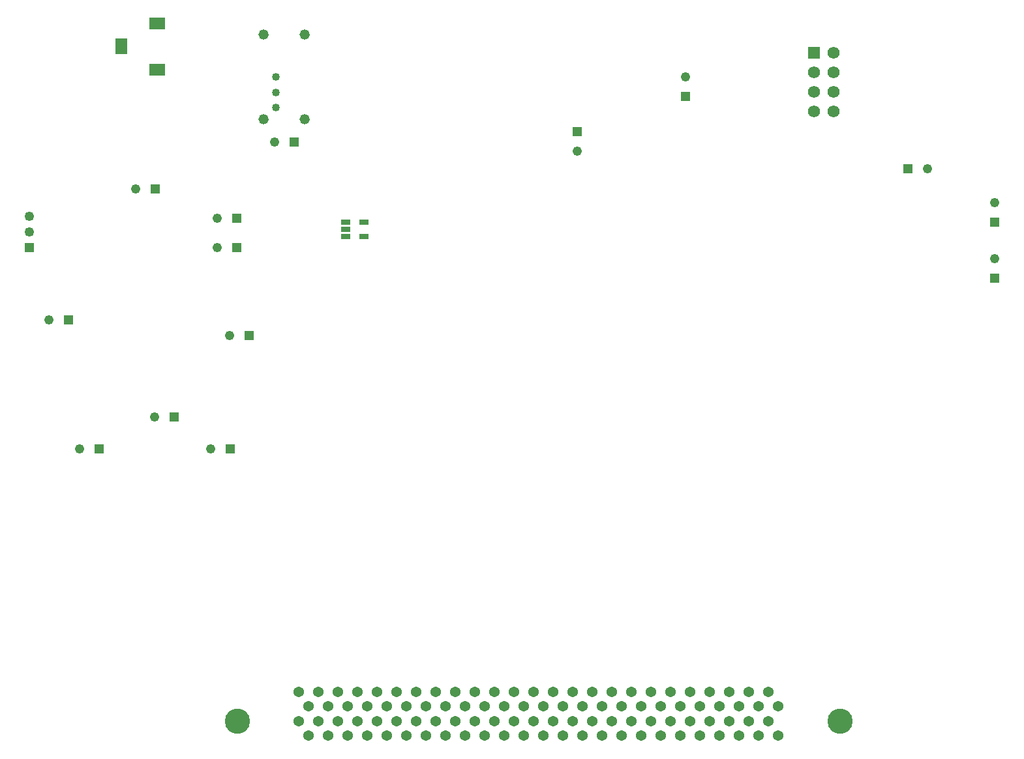
<source format=gbr>
%TF.GenerationSoftware,Altium Limited,Altium Designer,20.2.5 (213)*%
G04 Layer_Color=255*
%FSLAX26Y26*%
%MOIN*%
%TF.SameCoordinates,271AC680-9A3E-4A00-A3D7-6C105C8C782D*%
%TF.FilePolarity,Positive*%
%TF.FileFunction,Pads,Bot*%
%TF.Part,Single*%
G01*
G75*
%TA.AperFunction,ComponentPad*%
%ADD69R,0.048819X0.048819*%
%ADD70C,0.048819*%
%ADD71R,0.048819X0.048819*%
%ADD72R,0.059055X0.082677*%
%ADD73R,0.082677X0.059055*%
%ADD74C,0.053858*%
%ADD75C,0.128740*%
%ADD76R,0.061811X0.061811*%
%ADD77C,0.061811*%
%ADD78C,0.049213*%
%ADD79R,0.049213X0.049213*%
%ADD80C,0.052000*%
%ADD81C,0.040000*%
%TA.AperFunction,SMDPad,CuDef*%
%ADD85R,0.051181X0.027559*%
D69*
X2330000Y3665000D02*
D03*
X1915000Y3965000D02*
D03*
X1470000Y3295000D02*
D03*
X2395000Y3215000D02*
D03*
X2298000Y2635000D02*
D03*
X2010000Y2800000D02*
D03*
X1628000Y2635000D02*
D03*
X5760000Y4070000D02*
D03*
X2330000Y3815000D02*
D03*
X2625000Y4205000D02*
D03*
D70*
X2230000Y3665000D02*
D03*
X6205000Y3895000D02*
D03*
X1815000Y3965000D02*
D03*
X1370000Y3295000D02*
D03*
X4070000Y4160000D02*
D03*
X2295000Y3215000D02*
D03*
X2198000Y2635000D02*
D03*
X1910000Y2800000D02*
D03*
X1528000Y2635000D02*
D03*
X5860000Y4070000D02*
D03*
X2230000Y3815000D02*
D03*
X4625000Y4540000D02*
D03*
X6205000Y3610000D02*
D03*
X2525000Y4205000D02*
D03*
D71*
X6205000Y3795000D02*
D03*
X4070000Y4260000D02*
D03*
X4625000Y4440000D02*
D03*
X6205000Y3510000D02*
D03*
D72*
X1739960Y4695000D02*
D03*
D73*
X1925000Y4813110D02*
D03*
Y4576890D02*
D03*
D74*
X2697680Y1169292D02*
D03*
X2797680D02*
D03*
X2897680D02*
D03*
X2997680D02*
D03*
X3097680D02*
D03*
X3197680D02*
D03*
X3297680D02*
D03*
X3397680D02*
D03*
X3497680D02*
D03*
X3597680D02*
D03*
X3697680D02*
D03*
X3797680D02*
D03*
X3897680D02*
D03*
X3997680D02*
D03*
X4097680D02*
D03*
X4197680D02*
D03*
X4297680D02*
D03*
X4397680D02*
D03*
X4497680D02*
D03*
X4597680D02*
D03*
X4697680D02*
D03*
X4797680D02*
D03*
X4897680D02*
D03*
X4997680D02*
D03*
X5097680D02*
D03*
X2647680Y1244094D02*
D03*
X2747680D02*
D03*
X2847680D02*
D03*
X2947680D02*
D03*
X3047680D02*
D03*
X3147680D02*
D03*
X3247680D02*
D03*
X3347680D02*
D03*
X3447680D02*
D03*
X3547680D02*
D03*
X3647680D02*
D03*
X3747680D02*
D03*
X3847680D02*
D03*
X3947680D02*
D03*
X4047680D02*
D03*
X4147680D02*
D03*
X4247680D02*
D03*
X4347680D02*
D03*
X4447680D02*
D03*
X4547680D02*
D03*
X4647680D02*
D03*
X4747680D02*
D03*
X4847680D02*
D03*
X4947680D02*
D03*
X5047680D02*
D03*
X2697680Y1318898D02*
D03*
X2797680D02*
D03*
X2897680D02*
D03*
X2997680D02*
D03*
X3097680D02*
D03*
X3197680D02*
D03*
X3297680D02*
D03*
X3397680D02*
D03*
X3497680D02*
D03*
X3597680D02*
D03*
X3697680D02*
D03*
X3797680D02*
D03*
X3897680D02*
D03*
X3997680D02*
D03*
X4097680D02*
D03*
X4197680D02*
D03*
X4297680D02*
D03*
X4397680D02*
D03*
X4497680D02*
D03*
X4597680D02*
D03*
X4697680D02*
D03*
X4797680D02*
D03*
X4897680D02*
D03*
X4997680D02*
D03*
X5097680D02*
D03*
X2647680Y1393700D02*
D03*
X2747680D02*
D03*
X2847680D02*
D03*
X2947680D02*
D03*
X3047680D02*
D03*
X3147680D02*
D03*
X3247680D02*
D03*
X3347680D02*
D03*
X3447680D02*
D03*
X3547680D02*
D03*
X3647680D02*
D03*
X3747680D02*
D03*
X3847680D02*
D03*
X3947680D02*
D03*
X4047680D02*
D03*
X4147680D02*
D03*
X4247680D02*
D03*
X4347680D02*
D03*
X4447680D02*
D03*
X4547680D02*
D03*
X4647680D02*
D03*
X4747680D02*
D03*
X4847680D02*
D03*
X4947680D02*
D03*
X5047680D02*
D03*
D75*
X2332718Y1244094D02*
D03*
X5412640D02*
D03*
D76*
X5279218Y4663514D02*
D03*
D77*
Y4563514D02*
D03*
Y4463514D02*
D03*
Y4363514D02*
D03*
X5379218Y4663514D02*
D03*
Y4563514D02*
D03*
Y4463514D02*
D03*
Y4363514D02*
D03*
D78*
X1270000Y3746260D02*
D03*
Y3825000D02*
D03*
D79*
Y3667520D02*
D03*
D80*
X2677638Y4756536D02*
D03*
Y4323464D02*
D03*
X2468976Y4756536D02*
D03*
Y4323464D02*
D03*
D81*
X2530000Y4540000D02*
D03*
Y4461260D02*
D03*
Y4382520D02*
D03*
D85*
X2887756Y3722598D02*
D03*
Y3760000D02*
D03*
Y3797402D02*
D03*
X2982244D02*
D03*
Y3722598D02*
D03*
%TF.MD5,c22faeaf2a28f6e5bfb8085ec69dd3a0*%
M02*

</source>
